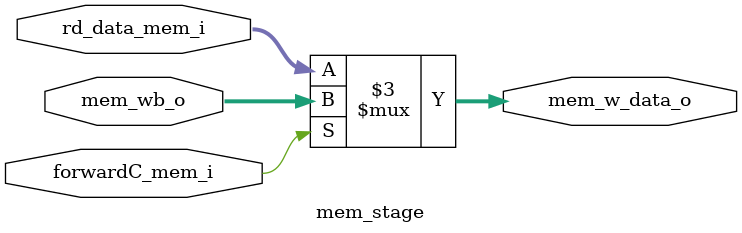
<source format=v>
module mem_stage(
	input [31:0]rd_data_mem_i,     //要写进ram的rs2地址对应的数据从ex_mem模块先经过mem_stage
	input [31:0]mem_wb_o,
	input forwardC_mem_i,           //=forwardC_ex_mem_o????
	output reg [31:0]mem_w_data_o
	
    );
    always @(*) begin
        case (forwardC_mem_i)
            1: begin
                mem_w_data_o = mem_wb_o;
            end
            default:begin
                mem_w_data_o = rd_data_mem_i;
            end 
        endcase
    end
endmodule


</source>
